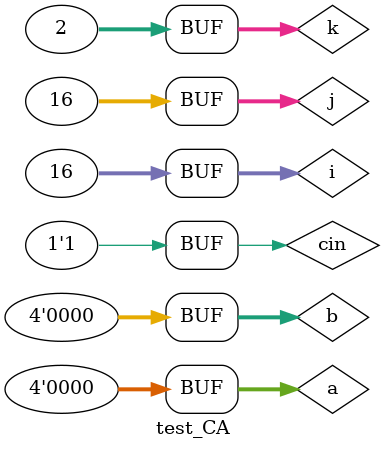
<source format=v>
module test_CA;
reg [3:0] a,b;
wire[3:0] ans;
reg cin;
wire cout;

integer i,j,k;
controlled_adder t(a,b,cin,ans,cout);
initial begin
a=0;
b=0;
cin=0;
for(k=0;k<2;k=k+1)
begin
for(i=0;i<16;i=i+1)
begin 
for(j=0;j<16;j=j+1)
begin
#2;
b=b+1;
end
a=a+1;
end
cin=1;
end
end
endmodule


</source>
